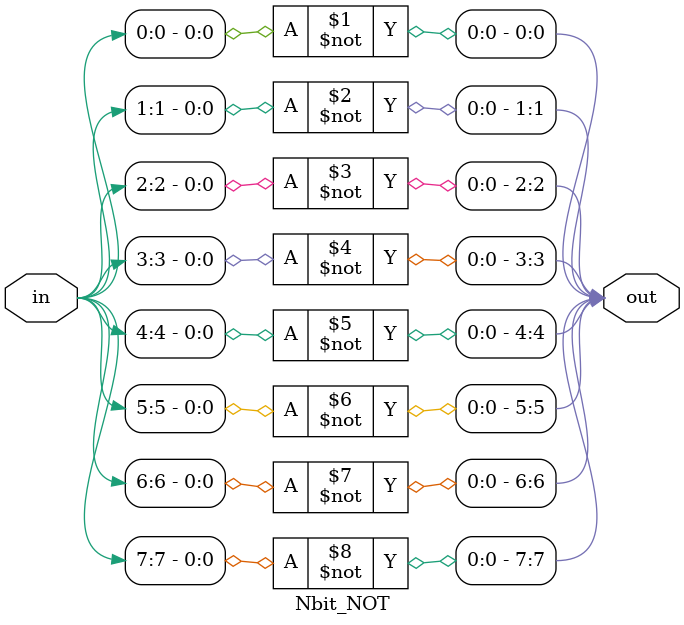
<source format=v>
`timescale 1ns / 1ps


module Nbit_NOT(out, in);

parameter n = 8;
input [n-1:0] in;
output [n-1:0] out;

genvar i; 

generate
for (i=0;i<n;i=i+1)
begin
not(out[i],in[i]);
end
endgenerate
endmodule

</source>
